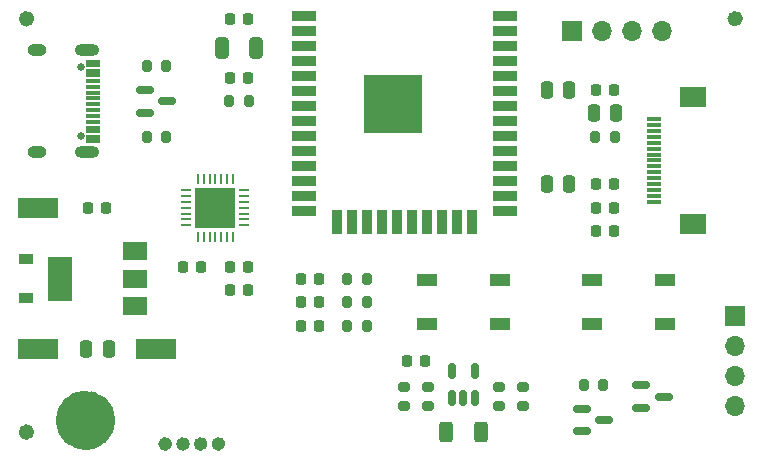
<source format=gbr>
G04 #@! TF.GenerationSoftware,KiCad,Pcbnew,(6.0.7)*
G04 #@! TF.CreationDate,2023-02-23T11:47:35-08:00*
G04 #@! TF.ProjectId,SwitchControllerBoard,53776974-6368-4436-9f6e-74726f6c6c65,rev?*
G04 #@! TF.SameCoordinates,Original*
G04 #@! TF.FileFunction,Soldermask,Top*
G04 #@! TF.FilePolarity,Negative*
%FSLAX46Y46*%
G04 Gerber Fmt 4.6, Leading zero omitted, Abs format (unit mm)*
G04 Created by KiCad (PCBNEW (6.0.7)) date 2023-02-23 11:47:35*
%MOMM*%
%LPD*%
G01*
G04 APERTURE LIST*
G04 Aperture macros list*
%AMRoundRect*
0 Rectangle with rounded corners*
0 $1 Rounding radius*
0 $2 $3 $4 $5 $6 $7 $8 $9 X,Y pos of 4 corners*
0 Add a 4 corners polygon primitive as box body*
4,1,4,$2,$3,$4,$5,$6,$7,$8,$9,$2,$3,0*
0 Add four circle primitives for the rounded corners*
1,1,$1+$1,$2,$3*
1,1,$1+$1,$4,$5*
1,1,$1+$1,$6,$7*
1,1,$1+$1,$8,$9*
0 Add four rect primitives between the rounded corners*
20,1,$1+$1,$2,$3,$4,$5,0*
20,1,$1+$1,$4,$5,$6,$7,0*
20,1,$1+$1,$6,$7,$8,$9,0*
20,1,$1+$1,$8,$9,$2,$3,0*%
G04 Aperture macros list end*
%ADD10C,0.650000*%
%ADD11C,0.700000*%
%ADD12C,2.500000*%
%ADD13RoundRect,0.250000X-0.312500X-0.625000X0.312500X-0.625000X0.312500X0.625000X-0.312500X0.625000X0*%
%ADD14RoundRect,0.200000X-0.200000X-0.275000X0.200000X-0.275000X0.200000X0.275000X-0.200000X0.275000X0*%
%ADD15R,2.000000X0.900000*%
%ADD16R,0.900000X2.000000*%
%ADD17R,5.000000X5.000000*%
%ADD18R,3.400000X1.800000*%
%ADD19RoundRect,0.250000X0.250000X0.475000X-0.250000X0.475000X-0.250000X-0.475000X0.250000X-0.475000X0*%
%ADD20RoundRect,0.150000X0.150000X-0.512500X0.150000X0.512500X-0.150000X0.512500X-0.150000X-0.512500X0*%
%ADD21RoundRect,0.218750X0.218750X0.256250X-0.218750X0.256250X-0.218750X-0.256250X0.218750X-0.256250X0*%
%ADD22R,1.200000X0.900000*%
%ADD23RoundRect,0.150000X-0.587500X-0.150000X0.587500X-0.150000X0.587500X0.150000X-0.587500X0.150000X0*%
%ADD24RoundRect,0.200000X0.275000X-0.200000X0.275000X0.200000X-0.275000X0.200000X-0.275000X-0.200000X0*%
%ADD25RoundRect,0.225000X0.225000X0.250000X-0.225000X0.250000X-0.225000X-0.250000X0.225000X-0.250000X0*%
%ADD26RoundRect,0.062500X-0.337500X-0.062500X0.337500X-0.062500X0.337500X0.062500X-0.337500X0.062500X0*%
%ADD27RoundRect,0.062500X-0.062500X-0.337500X0.062500X-0.337500X0.062500X0.337500X-0.062500X0.337500X0*%
%ADD28R,3.350000X3.350000*%
%ADD29R,1.300000X0.300000*%
%ADD30R,2.200000X1.800000*%
%ADD31R,1.700000X1.700000*%
%ADD32O,1.700000X1.700000*%
%ADD33C,1.152000*%
%ADD34C,0.650000*%
%ADD35R,1.150000X0.300000*%
%ADD36O,2.100000X1.000000*%
%ADD37O,1.600000X1.000000*%
%ADD38RoundRect,0.225000X-0.225000X-0.250000X0.225000X-0.250000X0.225000X0.250000X-0.225000X0.250000X0*%
%ADD39R,1.800000X1.100000*%
%ADD40RoundRect,0.250000X0.325000X0.650000X-0.325000X0.650000X-0.325000X-0.650000X0.325000X-0.650000X0*%
%ADD41R,2.000000X1.500000*%
%ADD42R,2.000000X3.800000*%
%ADD43RoundRect,0.200000X0.200000X0.275000X-0.200000X0.275000X-0.200000X-0.275000X0.200000X-0.275000X0*%
%ADD44RoundRect,0.250000X-0.250000X-0.475000X0.250000X-0.475000X0.250000X0.475000X-0.250000X0.475000X0*%
G04 APERTURE END LIST*
D10*
X106325000Y-71000000D02*
G75*
G03*
X106325000Y-71000000I-325000J0D01*
G01*
X166325000Y-36000000D02*
G75*
G03*
X166325000Y-36000000I-325000J0D01*
G01*
D11*
X122500000Y-72000000D02*
G75*
G03*
X122500000Y-72000000I-250000J0D01*
G01*
X121000000Y-72000000D02*
G75*
G03*
X121000000Y-72000000I-250000J0D01*
G01*
X118000000Y-72000000D02*
G75*
G03*
X118000000Y-72000000I-250000J0D01*
G01*
X119500000Y-72000000D02*
G75*
G03*
X119500000Y-72000000I-250000J0D01*
G01*
D10*
X106325000Y-36000000D02*
G75*
G03*
X106325000Y-36000000I-325000J0D01*
G01*
D12*
X112250000Y-70000000D02*
G75*
G03*
X112250000Y-70000000I-1250000J0D01*
G01*
D13*
X141537500Y-71000000D03*
X144462500Y-71000000D03*
D14*
X133175000Y-58000000D03*
X134825000Y-58000000D03*
X153175000Y-67000000D03*
X154825000Y-67000000D03*
D15*
X129500000Y-35745000D03*
X129500000Y-37015000D03*
X129500000Y-38285000D03*
X129500000Y-39555000D03*
X129500000Y-40825000D03*
X129500000Y-42095000D03*
X129500000Y-43365000D03*
X129500000Y-44635000D03*
X129500000Y-45905000D03*
X129500000Y-47175000D03*
X129500000Y-48445000D03*
X129500000Y-49715000D03*
X129500000Y-50985000D03*
X129500000Y-52255000D03*
D16*
X132285000Y-53255000D03*
X133555000Y-53255000D03*
X134825000Y-53255000D03*
X136095000Y-53255000D03*
X137365000Y-53255000D03*
X138635000Y-53255000D03*
X139905000Y-53255000D03*
X141175000Y-53255000D03*
X142445000Y-53255000D03*
X143715000Y-53255000D03*
D15*
X146500000Y-52255000D03*
X146500000Y-50985000D03*
X146500000Y-49715000D03*
X146500000Y-48445000D03*
X146500000Y-47175000D03*
X146500000Y-45905000D03*
X146500000Y-44635000D03*
X146500000Y-43365000D03*
X146500000Y-42095000D03*
X146500000Y-40825000D03*
X146500000Y-39555000D03*
X146500000Y-38285000D03*
X146500000Y-37015000D03*
X146500000Y-35745000D03*
D17*
X137000000Y-43245000D03*
D18*
X107000000Y-52000000D03*
D19*
X151950000Y-42000000D03*
X150050000Y-42000000D03*
X151950000Y-50000000D03*
X150050000Y-50000000D03*
D18*
X117000000Y-64000000D03*
D20*
X142050000Y-68137500D03*
X143000000Y-68137500D03*
X143950000Y-68137500D03*
X143950000Y-65862500D03*
X142050000Y-65862500D03*
D21*
X130787500Y-60000000D03*
X129212500Y-60000000D03*
D22*
X106000000Y-56350000D03*
X106000000Y-59650000D03*
D23*
X116062500Y-42050000D03*
X116062500Y-43950000D03*
X117937500Y-43000000D03*
D24*
X146000000Y-68825000D03*
X146000000Y-67175000D03*
D25*
X124775000Y-36000000D03*
X123225000Y-36000000D03*
D26*
X119550000Y-50500000D03*
X119550000Y-51000000D03*
X119550000Y-51500000D03*
X119550000Y-52000000D03*
X119550000Y-52500000D03*
X119550000Y-53000000D03*
X119550000Y-53500000D03*
D27*
X120500000Y-54450000D03*
X121000000Y-54450000D03*
X121500000Y-54450000D03*
X122000000Y-54450000D03*
X122500000Y-54450000D03*
X123000000Y-54450000D03*
X123500000Y-54450000D03*
D26*
X124450000Y-53500000D03*
X124450000Y-53000000D03*
X124450000Y-52500000D03*
X124450000Y-52000000D03*
X124450000Y-51500000D03*
X124450000Y-51000000D03*
X124450000Y-50500000D03*
D27*
X123500000Y-49550000D03*
X123000000Y-49550000D03*
X122500000Y-49550000D03*
X122000000Y-49550000D03*
X121500000Y-49550000D03*
X121000000Y-49550000D03*
X120500000Y-49550000D03*
D28*
X122000000Y-52000000D03*
D29*
X159150000Y-51500000D03*
X159150000Y-51000000D03*
X159150000Y-50500000D03*
X159150000Y-50000000D03*
X159150000Y-49500000D03*
X159150000Y-49000000D03*
X159150000Y-48500000D03*
X159150000Y-48000000D03*
X159150000Y-47500000D03*
X159150000Y-47000000D03*
X159150000Y-46500000D03*
X159150000Y-46000000D03*
X159150000Y-45500000D03*
X159150000Y-45000000D03*
X159150000Y-44500000D03*
D30*
X162400000Y-53400000D03*
X162400000Y-42600000D03*
D14*
X133175000Y-60000000D03*
X134825000Y-60000000D03*
D31*
X152200000Y-37000000D03*
D32*
X154740000Y-37000000D03*
X157280000Y-37000000D03*
X159820000Y-37000000D03*
D25*
X139775000Y-65000000D03*
X138225000Y-65000000D03*
D33*
X106000000Y-71000000D03*
X166000000Y-36000000D03*
D34*
X110605000Y-45890000D03*
X110605000Y-40110000D03*
D35*
X111670000Y-39650000D03*
X111670000Y-40450000D03*
X111670000Y-41750000D03*
X111670000Y-42750000D03*
X111670000Y-43250000D03*
X111670000Y-44250000D03*
X111670000Y-45550000D03*
X111670000Y-46350000D03*
X111670000Y-46050000D03*
X111670000Y-45250000D03*
X111670000Y-44750000D03*
X111670000Y-43750000D03*
X111670000Y-42250000D03*
X111670000Y-41250000D03*
X111670000Y-40750000D03*
X111670000Y-39950000D03*
D36*
X111105000Y-47320000D03*
X111105000Y-38680000D03*
D37*
X106925000Y-47320000D03*
X106925000Y-38680000D03*
D19*
X155950000Y-44000000D03*
X154050000Y-44000000D03*
D24*
X148000000Y-68825000D03*
X148000000Y-67175000D03*
D14*
X123175000Y-43000000D03*
X124825000Y-43000000D03*
D25*
X155775000Y-54000000D03*
X154225000Y-54000000D03*
D23*
X153062500Y-69050000D03*
X153062500Y-70950000D03*
X154937500Y-70000000D03*
D21*
X130787500Y-62000000D03*
X129212500Y-62000000D03*
D38*
X123225000Y-57000000D03*
X124775000Y-57000000D03*
D24*
X138000000Y-68825000D03*
X138000000Y-67175000D03*
D25*
X155775000Y-52000000D03*
X154225000Y-52000000D03*
X155775000Y-50000000D03*
X154225000Y-50000000D03*
D39*
X139900000Y-58150000D03*
X146100000Y-58150000D03*
X139900000Y-61850000D03*
X146100000Y-61850000D03*
D24*
X140000000Y-68825000D03*
X140000000Y-67175000D03*
D14*
X133175000Y-62000000D03*
X134825000Y-62000000D03*
D39*
X160100000Y-58150000D03*
X153900000Y-58150000D03*
X153900000Y-61850000D03*
X160100000Y-61850000D03*
D40*
X125475000Y-38500000D03*
X122525000Y-38500000D03*
D41*
X115150000Y-60300000D03*
X115150000Y-58000000D03*
D42*
X108850000Y-58000000D03*
D41*
X115150000Y-55700000D03*
D25*
X124775000Y-41000000D03*
X123225000Y-41000000D03*
X155775000Y-42000000D03*
X154225000Y-42000000D03*
D33*
X106000000Y-36000000D03*
D31*
X166000000Y-61200000D03*
D32*
X166000000Y-63740000D03*
X166000000Y-66280000D03*
X166000000Y-68820000D03*
D38*
X123225000Y-59000000D03*
X124775000Y-59000000D03*
D43*
X117825000Y-46000000D03*
X116175000Y-46000000D03*
D25*
X112775000Y-52000000D03*
X111225000Y-52000000D03*
D23*
X158062500Y-67050000D03*
X158062500Y-68950000D03*
X159937500Y-68000000D03*
D38*
X119225000Y-57000000D03*
X120775000Y-57000000D03*
D44*
X111050000Y-64000000D03*
X112950000Y-64000000D03*
D18*
X107000000Y-64000000D03*
D21*
X130787500Y-58000000D03*
X129212500Y-58000000D03*
D43*
X155825000Y-46000000D03*
X154175000Y-46000000D03*
X117825000Y-40000000D03*
X116175000Y-40000000D03*
M02*

</source>
